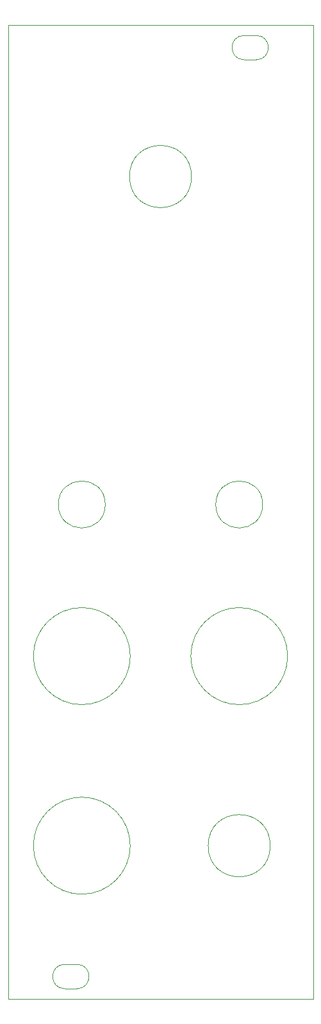
<source format=gbo>
G04 #@! TF.GenerationSoftware,KiCad,Pcbnew,(6.0.1)*
G04 #@! TF.CreationDate,2023-06-21T18:59:42+02:00*
G04 #@! TF.ProjectId,front,66726f6e-742e-46b6-9963-61645f706362,rev?*
G04 #@! TF.SameCoordinates,Original*
G04 #@! TF.FileFunction,Legend,Bot*
G04 #@! TF.FilePolarity,Positive*
%FSLAX46Y46*%
G04 Gerber Fmt 4.6, Leading zero omitted, Abs format (unit mm)*
G04 Created by KiCad (PCBNEW (6.0.1)) date 2023-06-21 18:59:42*
%MOMM*%
%LPD*%
G01*
G04 APERTURE LIST*
G04 #@! TA.AperFunction,Profile*
%ADD10C,0.100000*%
G04 #@! TD*
G04 APERTURE END LIST*
D10*
X52700000Y-40000000D02*
X93000000Y-40000000D01*
X61800000Y-167103121D02*
G75*
G03*
X61800000Y-163896879I0J1603121D01*
G01*
X60200000Y-163896879D02*
G75*
G03*
X60200000Y-167103121I0J-1603121D01*
G01*
X87350000Y-148250000D02*
G75*
G03*
X87350000Y-148250000I-4100000J0D01*
G01*
X89650000Y-123250000D02*
G75*
G03*
X89650000Y-123250000I-6400000J0D01*
G01*
X83900000Y-41399219D02*
G75*
G03*
X83900000Y-44600781I0J-1600781D01*
G01*
X85500000Y-41399219D02*
X83900000Y-41399219D01*
X93000000Y-168500000D02*
X52700000Y-168500000D01*
X85500000Y-44600781D02*
X83900000Y-44600781D01*
X93000000Y-40000000D02*
X93000000Y-168500000D01*
X52700000Y-168500000D02*
X52700000Y-40000000D01*
X60200000Y-163896879D02*
X61800000Y-163896879D01*
X68850000Y-148250000D02*
G75*
G03*
X68850000Y-148250000I-6400000J0D01*
G01*
X68850000Y-123250000D02*
G75*
G03*
X68850000Y-123250000I-6400000J0D01*
G01*
X76950000Y-60000000D02*
G75*
G03*
X76950000Y-60000000I-4100000J0D01*
G01*
X60200000Y-167103121D02*
X61800000Y-167103121D01*
X85500000Y-44600781D02*
G75*
G03*
X85500000Y-41399219I0J1600781D01*
G01*
X86350000Y-103250000D02*
G75*
G03*
X86350000Y-103250000I-3100000J0D01*
G01*
X65550000Y-103250000D02*
G75*
G03*
X65550000Y-103250000I-3100000J0D01*
G01*
M02*

</source>
